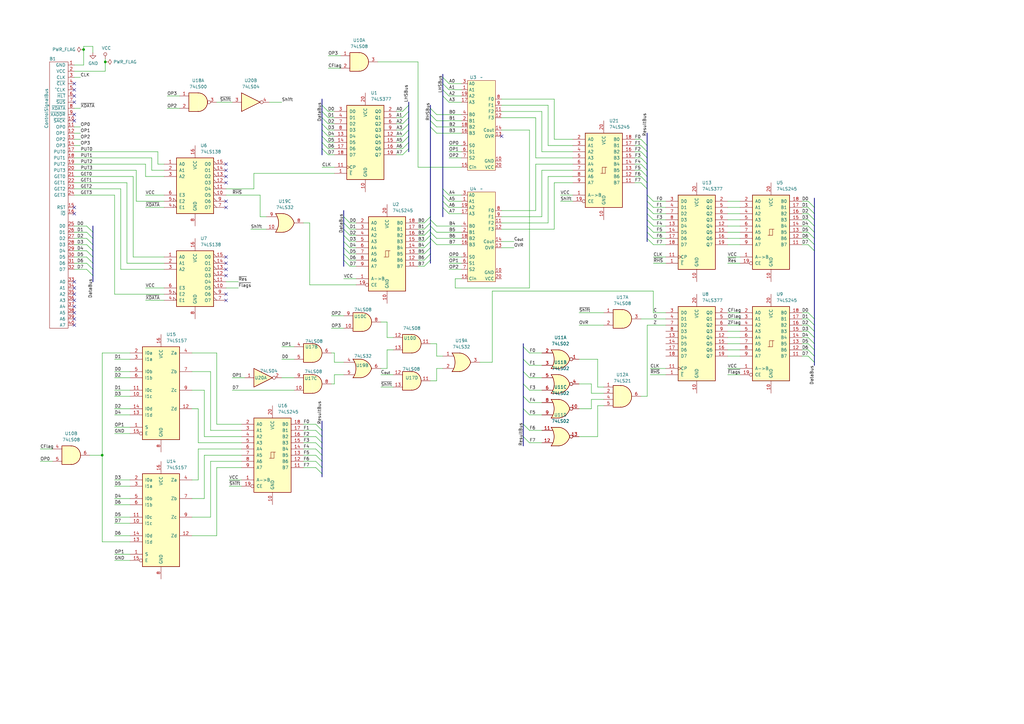
<source format=kicad_sch>
(kicad_sch (version 20231120) (generator "eeschema") (generator_version "8.0")
  (paper "A3")
  (junction (at 43.18 25.4))
  (junction (at 34.29 20.32))
  (junction (at 41.91 186.69))
  (no_connect (at 30.48 123.19))
  (no_connect (at 30.48 46.99))
  (no_connect (at 205.74 55.88))
  (no_connect (at 92.71 67.31))
  (no_connect (at 30.48 120.65))
  (no_connect (at 92.71 107.95))
  (no_connect (at 30.48 49.53))
  (no_connect (at 92.71 110.49))
  (no_connect (at 30.48 34.29))
  (no_connect (at 92.71 85.09))
  (no_connect (at 30.48 87.63))
  (no_connect (at 92.71 74.93))
  (no_connect (at 30.48 118.11))
  (no_connect (at 30.48 128.27))
  (no_connect (at 30.48 125.73))
  (no_connect (at 92.71 120.65))
  (no_connect (at 30.48 115.57))
  (no_connect (at 92.71 82.55))
  (no_connect (at 92.71 72.39))
  (no_connect (at 30.48 130.81))
  (no_connect (at 30.48 36.83))
  (no_connect (at 92.71 123.19))
  (no_connect (at 30.48 85.09))
  (no_connect (at 92.71 105.41))
  (no_connect (at 92.71 113.03))
  (no_connect (at 30.48 39.37))
  (no_connect (at 92.71 69.85))
  (no_connect (at 30.48 133.35))
  (no_connect (at 30.48 41.91))
  (bus_entry (at 132.08 58.42) (size 2.54 2.54))
  (bus_entry (at 331.47 138.43) (size 2.54 2.54))
  (bus_entry (at 176.53 95.25) (size 2.54 2.54))
  (bus_entry (at 181.61 36.83) (size 2.54 2.54))
  (bus_entry (at 176.53 49.53) (size 2.54 2.54))
  (bus_entry (at 265.43 90.17) (size 2.54 2.54))
  (bus_entry (at 129.54 184.15) (size 2.54 2.54))
  (bus_entry (at 265.43 85.09) (size 2.54 2.54))
  (bus_entry (at 167.64 43.18) (size -2.54 2.54))
  (bus_entry (at 214.63 142.24) (size 2.54 2.54))
  (bus_entry (at 214.63 173.99) (size 2.54 2.54))
  (bus_entry (at 176.53 101.6) (size -2.54 2.54))
  (bus_entry (at 331.47 135.89) (size 2.54 2.54))
  (bus_entry (at 35.56 107.95) (size 2.54 2.54))
  (bus_entry (at 262.89 72.39) (size 2.54 2.54))
  (bus_entry (at 331.47 90.17) (size 2.54 2.54))
  (bus_entry (at 140.97 93.98) (size 2.54 2.54))
  (bus_entry (at 176.53 92.71) (size 2.54 2.54))
  (bus_entry (at 265.43 80.01) (size 2.54 2.54))
  (bus_entry (at 129.54 186.69) (size 2.54 2.54))
  (bus_entry (at 129.54 191.77) (size 2.54 2.54))
  (bus_entry (at 331.47 95.25) (size 2.54 2.54))
  (bus_entry (at 35.56 92.71) (size 2.54 2.54))
  (bus_entry (at 176.53 88.9) (size -2.54 2.54))
  (bus_entry (at 214.63 157.48) (size 2.54 2.54))
  (bus_entry (at 181.61 34.29) (size 2.54 2.54))
  (bus_entry (at 331.47 97.79) (size 2.54 2.54))
  (bus_entry (at 262.89 62.23) (size 2.54 2.54))
  (bus_entry (at 176.53 44.45) (size 2.54 2.54))
  (bus_entry (at 35.56 110.49) (size 2.54 2.54))
  (bus_entry (at 181.61 39.37) (size 2.54 2.54))
  (bus_entry (at 181.61 85.09) (size 2.54 2.54))
  (bus_entry (at 331.47 85.09) (size 2.54 2.54))
  (bus_entry (at 132.08 45.72) (size 2.54 2.54))
  (bus_entry (at 176.53 46.99) (size 2.54 2.54))
  (bus_entry (at 214.63 179.07) (size 2.54 2.54))
  (bus_entry (at 167.64 45.72) (size -2.54 2.54))
  (bus_entry (at 129.54 173.99) (size 2.54 2.54))
  (bus_entry (at 35.56 105.41) (size 2.54 2.54))
  (bus_entry (at 331.47 128.27) (size 2.54 2.54))
  (bus_entry (at 140.97 99.06) (size 2.54 2.54))
  (bus_entry (at 176.53 91.44) (size -2.54 2.54))
  (bus_entry (at 132.08 55.88) (size 2.54 2.54))
  (bus_entry (at 214.63 152.4) (size 2.54 2.54))
  (bus_entry (at 331.47 146.05) (size 2.54 2.54))
  (bus_entry (at 140.97 106.68) (size 2.54 2.54))
  (bus_entry (at 176.53 52.07) (size 2.54 2.54))
  (bus_entry (at 262.89 69.85) (size 2.54 2.54))
  (bus_entry (at 132.08 43.18) (size 2.54 2.54))
  (bus_entry (at 140.97 96.52) (size 2.54 2.54))
  (bus_entry (at 167.64 58.42) (size -2.54 2.54))
  (bus_entry (at 167.64 53.34) (size -2.54 2.54))
  (bus_entry (at 167.64 48.26) (size -2.54 2.54))
  (bus_entry (at 35.56 102.87) (size 2.54 2.54))
  (bus_entry (at 265.43 95.25) (size 2.54 2.54))
  (bus_entry (at 132.08 48.26) (size 2.54 2.54))
  (bus_entry (at 262.89 59.69) (size 2.54 2.54))
  (bus_entry (at 181.61 31.75) (size 2.54 2.54))
  (bus_entry (at 132.08 50.8) (size 2.54 2.54))
  (bus_entry (at 167.64 60.96) (size -2.54 2.54))
  (bus_entry (at 35.56 97.79) (size 2.54 2.54))
  (bus_entry (at 331.47 143.51) (size 2.54 2.54))
  (bus_entry (at 140.97 104.14) (size 2.54 2.54))
  (bus_entry (at 129.54 189.23) (size 2.54 2.54))
  (bus_entry (at 129.54 181.61) (size 2.54 2.54))
  (bus_entry (at 129.54 179.07) (size 2.54 2.54))
  (bus_entry (at 265.43 87.63) (size 2.54 2.54))
  (bus_entry (at 129.54 176.53) (size 2.54 2.54))
  (bus_entry (at 181.61 82.55) (size 2.54 2.54))
  (bus_entry (at 265.43 97.79) (size 2.54 2.54))
  (bus_entry (at 331.47 133.35) (size 2.54 2.54))
  (bus_entry (at 331.47 92.71) (size 2.54 2.54))
  (bus_entry (at 176.53 90.17) (size 2.54 2.54))
  (bus_entry (at 331.47 140.97) (size 2.54 2.54))
  (bus_entry (at 331.47 100.33) (size 2.54 2.54))
  (bus_entry (at 181.61 80.01) (size 2.54 2.54))
  (bus_entry (at 176.53 97.79) (size 2.54 2.54))
  (bus_entry (at 331.47 87.63) (size 2.54 2.54))
  (bus_entry (at 132.08 60.96) (size 2.54 2.54))
  (bus_entry (at 35.56 95.25) (size 2.54 2.54))
  (bus_entry (at 262.89 64.77) (size 2.54 2.54))
  (bus_entry (at 176.53 104.14) (size -2.54 2.54))
  (bus_entry (at 181.61 77.47) (size 2.54 2.54))
  (bus_entry (at 176.53 96.52) (size -2.54 2.54))
  (bus_entry (at 167.64 55.88) (size -2.54 2.54))
  (bus_entry (at 176.53 99.06) (size -2.54 2.54))
  (bus_entry (at 132.08 53.34) (size 2.54 2.54))
  (bus_entry (at 140.97 88.9) (size 2.54 2.54))
  (bus_entry (at 167.64 50.8) (size -2.54 2.54))
  (bus_entry (at 265.43 82.55) (size 2.54 2.54))
  (bus_entry (at 265.43 92.71) (size 2.54 2.54))
  (bus_entry (at 140.97 101.6) (size 2.54 2.54))
  (bus_entry (at 214.63 147.32) (size 2.54 2.54))
  (bus_entry (at 262.89 57.15) (size 2.54 2.54))
  (bus_entry (at 214.63 167.64) (size 2.54 2.54))
  (bus_entry (at 176.53 106.68) (size -2.54 2.54))
  (bus_entry (at 176.53 93.98) (size -2.54 2.54))
  (bus_entry (at 35.56 100.33) (size 2.54 2.54))
  (bus_entry (at 214.63 162.56) (size 2.54 2.54))
  (bus_entry (at 140.97 91.44) (size 2.54 2.54))
  (bus_entry (at 262.89 74.93) (size 2.54 2.54))
  (bus_entry (at 262.89 67.31) (size 2.54 2.54))
  (bus_entry (at 331.47 130.81) (size 2.54 2.54))
  (bus_entry (at 331.47 82.55) (size 2.54 2.54))
  (wire (pts (xy 184.15 87.63) (xy 189.23 87.63)))
  (wire (pts (xy 30.48 64.77) (xy 62.23 64.77)))
  (bus (pts (xy 181.61 34.29) (xy 181.61 36.83)))
  (wire (pts (xy 81.28 167.64) (xy 81.28 181.61)))
  (bus (pts (xy 265.43 97.79) (xy 265.43 99.06)))
  (wire (pts (xy 30.48 97.79) (xy 35.56 97.79)))
  (wire (pts (xy 176.53 156.21) (xy 179.07 156.21)))
  (wire (pts (xy 92.71 80.01) (xy 106.68 80.01)))
  (bus (pts (xy 265.43 54.61) (xy 265.43 59.69)))
  (wire (pts (xy 328.93 140.97) (xy 331.47 140.97)))
  (wire (pts (xy 237.49 133.35) (xy 247.65 133.35)))
  (bus (pts (xy 132.08 53.34) (xy 132.08 55.88)))
  (wire (pts (xy 92.71 77.47) (xy 104.14 77.47)))
  (wire (pts (xy 46.99 170.18) (xy 53.34 170.18)))
  (wire (pts (xy 179.07 146.05) (xy 181.61 146.05)))
  (bus (pts (xy 334.01 146.05) (xy 334.01 148.59)))
  (wire (pts (xy 30.48 72.39) (xy 54.61 72.39)))
  (wire (pts (xy 298.45 151.13) (xy 303.53 151.13)))
  (wire (pts (xy 162.56 45.72) (xy 165.1 45.72)))
  (wire (pts (xy 229.87 80.01) (xy 234.95 80.01)))
  (wire (pts (xy 298.45 97.79) (xy 303.53 97.79)))
  (wire (pts (xy 46.99 147.32) (xy 53.34 147.32)))
  (wire (pts (xy 81.28 184.15) (xy 99.06 184.15)))
  (wire (pts (xy 137.16 144.78) (xy 137.16 148.59)))
  (wire (pts (xy 227.33 40.64) (xy 227.33 57.15)))
  (bus (pts (xy 334.01 135.89) (xy 334.01 138.43)))
  (wire (pts (xy 184.15 110.49) (xy 189.23 110.49)))
  (wire (pts (xy 267.97 107.95) (xy 273.05 107.95)))
  (bus (pts (xy 181.61 82.55) (xy 181.61 85.09)))
  (bus (pts (xy 265.43 67.31) (xy 265.43 69.85)))
  (wire (pts (xy 88.9 41.91) (xy 95.25 41.91)))
  (wire (pts (xy 298.45 90.17) (xy 303.53 90.17)))
  (bus (pts (xy 214.63 147.32) (xy 214.63 152.4)))
  (bus (pts (xy 132.08 45.72) (xy 132.08 48.26)))
  (wire (pts (xy 127 116.84) (xy 146.05 116.84)))
  (wire (pts (xy 201.93 119.38) (xy 267.97 119.38)))
  (bus (pts (xy 140.97 104.14) (xy 140.97 106.68)))
  (wire (pts (xy 162.56 50.8) (xy 165.1 50.8)))
  (bus (pts (xy 214.63 142.24) (xy 214.63 147.32)))
  (wire (pts (xy 267.97 82.55) (xy 273.05 82.55)))
  (wire (pts (xy 298.45 95.25) (xy 303.53 95.25)))
  (bus (pts (xy 265.43 69.85) (xy 265.43 72.39)))
  (bus (pts (xy 176.53 52.07) (xy 176.53 88.9)))
  (bus (pts (xy 167.64 48.26) (xy 167.64 50.8)))
  (bus (pts (xy 181.61 39.37) (xy 181.61 77.47)))
  (wire (pts (xy 328.93 82.55) (xy 331.47 82.55)))
  (wire (pts (xy 143.51 101.6) (xy 146.05 101.6)))
  (wire (pts (xy 205.74 93.98) (xy 227.33 93.98)))
  (wire (pts (xy 179.07 151.13) (xy 179.07 156.21)))
  (wire (pts (xy 78.74 152.4) (xy 86.36 152.4)))
  (bus (pts (xy 334.01 85.09) (xy 334.01 87.63)))
  (bus (pts (xy 176.53 104.14) (xy 176.53 106.68)))
  (wire (pts (xy 328.93 85.09) (xy 331.47 85.09)))
  (bus (pts (xy 132.08 48.26) (xy 132.08 50.8)))
  (wire (pts (xy 134.62 63.5) (xy 137.16 63.5)))
  (wire (pts (xy 83.82 186.69) (xy 99.06 186.69)))
  (wire (pts (xy 88.9 191.77) (xy 99.06 191.77)))
  (wire (pts (xy 184.15 34.29) (xy 189.23 34.29)))
  (wire (pts (xy 171.45 99.06) (xy 173.99 99.06)))
  (bus (pts (xy 265.43 82.55) (xy 265.43 85.09)))
  (bus (pts (xy 167.64 43.18) (xy 167.64 45.72)))
  (wire (pts (xy 222.25 88.9) (xy 222.25 69.85)))
  (wire (pts (xy 237.49 179.07) (xy 245.11 179.07)))
  (wire (pts (xy 267.97 95.25) (xy 273.05 95.25)))
  (wire (pts (xy 59.69 123.19) (xy 67.31 123.19)))
  (wire (pts (xy 86.36 189.23) (xy 99.06 189.23)))
  (wire (pts (xy 162.56 53.34) (xy 165.1 53.34)))
  (wire (pts (xy 41.91 144.78) (xy 41.91 186.69)))
  (bus (pts (xy 334.01 81.28) (xy 334.01 85.09)))
  (wire (pts (xy 205.74 40.64) (xy 227.33 40.64)))
  (bus (pts (xy 214.63 152.4) (xy 214.63 157.48)))
  (wire (pts (xy 134.62 45.72) (xy 137.16 45.72)))
  (wire (pts (xy 242.57 157.48) (xy 242.57 161.29)))
  (wire (pts (xy 156.21 153.67) (xy 161.29 153.67)))
  (wire (pts (xy 46.99 80.01) (xy 46.99 120.65)))
  (bus (pts (xy 334.01 87.63) (xy 334.01 90.17)))
  (wire (pts (xy 298.45 138.43) (xy 303.53 138.43)))
  (wire (pts (xy 205.74 53.34) (xy 217.17 53.34)))
  (wire (pts (xy 30.48 44.45) (xy 33.02 44.45)))
  (wire (pts (xy 30.48 52.07) (xy 33.02 52.07)))
  (bus (pts (xy 176.53 44.45) (xy 176.53 46.99)))
  (wire (pts (xy 104.14 71.12) (xy 137.16 71.12)))
  (wire (pts (xy 115.57 147.32) (xy 120.65 147.32)))
  (wire (pts (xy 328.93 143.51) (xy 331.47 143.51)))
  (wire (pts (xy 156.21 132.08) (xy 158.75 132.08)))
  (wire (pts (xy 78.74 167.64) (xy 81.28 167.64)))
  (wire (pts (xy 115.57 154.94) (xy 120.65 154.94)))
  (bus (pts (xy 132.08 58.42) (xy 132.08 60.96)))
  (wire (pts (xy 245.11 147.32) (xy 245.11 158.75)))
  (wire (pts (xy 59.69 85.09) (xy 67.31 85.09)))
  (wire (pts (xy 298.45 128.27) (xy 303.53 128.27)))
  (wire (pts (xy 30.48 62.23) (xy 64.77 62.23)))
  (bus (pts (xy 132.08 191.77) (xy 132.08 194.31)))
  (wire (pts (xy 217.17 165.1) (xy 222.25 165.1)))
  (wire (pts (xy 41.91 186.69) (xy 41.91 222.25)))
  (wire (pts (xy 86.36 212.09) (xy 86.36 189.23)))
  (wire (pts (xy 260.35 62.23) (xy 262.89 62.23)))
  (wire (pts (xy 179.07 95.25) (xy 189.23 95.25)))
  (bus (pts (xy 176.53 93.98) (xy 176.53 95.25)))
  (wire (pts (xy 137.16 148.59) (xy 140.97 148.59)))
  (wire (pts (xy 242.57 161.29) (xy 247.65 161.29)))
  (wire (pts (xy 43.18 25.4) (xy 43.18 24.13)))
  (wire (pts (xy 46.99 229.87) (xy 53.34 229.87)))
  (bus (pts (xy 176.53 106.68) (xy 176.53 107.95)))
  (bus (pts (xy 265.43 72.39) (xy 265.43 74.93)))
  (wire (pts (xy 88.9 219.71) (xy 88.9 191.77)))
  (wire (pts (xy 171.45 93.98) (xy 173.99 93.98)))
  (wire (pts (xy 158.75 132.08) (xy 158.75 138.43)))
  (bus (pts (xy 38.1 105.41) (xy 38.1 107.95)))
  (wire (pts (xy 205.74 45.72) (xy 222.25 45.72)))
  (bus (pts (xy 132.08 40.64) (xy 132.08 43.18)))
  (wire (pts (xy 219.71 86.36) (xy 219.71 67.31)))
  (wire (pts (xy 46.99 204.47) (xy 53.34 204.47)))
  (bus (pts (xy 38.1 100.33) (xy 38.1 102.87)))
  (bus (pts (xy 132.08 60.96) (xy 132.08 63.5)))
  (wire (pts (xy 184.15 80.01) (xy 189.23 80.01)))
  (wire (pts (xy 237.49 147.32) (xy 245.11 147.32)))
  (wire (pts (xy 78.74 204.47) (xy 83.82 204.47)))
  (wire (pts (xy 328.93 97.79) (xy 331.47 97.79)))
  (wire (pts (xy 267.97 128.27) (xy 273.05 128.27)))
  (bus (pts (xy 334.01 95.25) (xy 334.01 97.79)))
  (wire (pts (xy 135.89 134.62) (xy 140.97 134.62)))
  (bus (pts (xy 140.97 91.44) (xy 140.97 93.98)))
  (bus (pts (xy 265.43 59.69) (xy 265.43 62.23)))
  (wire (pts (xy 328.93 87.63) (xy 331.47 87.63)))
  (wire (pts (xy 184.15 62.23) (xy 189.23 62.23)))
  (wire (pts (xy 54.61 72.39) (xy 54.61 105.41)))
  (wire (pts (xy 46.99 167.64) (xy 53.34 167.64)))
  (wire (pts (xy 224.79 72.39) (xy 234.95 72.39)))
  (wire (pts (xy 298.45 85.09) (xy 303.53 85.09)))
  (wire (pts (xy 298.45 153.67) (xy 303.53 153.67)))
  (wire (pts (xy 115.57 142.24) (xy 120.65 142.24)))
  (wire (pts (xy 30.48 80.01) (xy 46.99 80.01)))
  (wire (pts (xy 201.93 148.59) (xy 201.93 119.38)))
  (wire (pts (xy 134.62 22.86) (xy 139.7 22.86)))
  (wire (pts (xy 162.56 55.88) (xy 165.1 55.88)))
  (wire (pts (xy 179.07 140.97) (xy 179.07 146.05)))
  (bus (pts (xy 265.43 95.25) (xy 265.43 97.79)))
  (wire (pts (xy 135.89 129.54) (xy 140.97 129.54)))
  (wire (pts (xy 179.07 52.07) (xy 189.23 52.07)))
  (wire (pts (xy 46.99 227.33) (xy 53.34 227.33)))
  (wire (pts (xy 95.25 160.02) (xy 120.65 160.02)))
  (wire (pts (xy 266.7 151.13) (xy 273.05 151.13)))
  (wire (pts (xy 181.61 151.13) (xy 179.07 151.13)))
  (wire (pts (xy 224.79 43.18) (xy 224.79 59.69)))
  (wire (pts (xy 86.36 152.4) (xy 86.36 176.53)))
  (bus (pts (xy 334.01 92.71) (xy 334.01 95.25)))
  (wire (pts (xy 137.16 153.67) (xy 140.97 153.67)))
  (bus (pts (xy 265.43 62.23) (xy 265.43 64.77)))
  (wire (pts (xy 46.99 162.56) (xy 53.34 162.56)))
  (wire (pts (xy 328.93 133.35) (xy 331.47 133.35)))
  (wire (pts (xy 267.97 87.63) (xy 273.05 87.63)))
  (bus (pts (xy 176.53 91.44) (xy 176.53 92.71)))
  (wire (pts (xy 298.45 143.51) (xy 303.53 143.51)))
  (wire (pts (xy 265.43 162.56) (xy 265.43 133.35)))
  (wire (pts (xy 43.18 29.21) (xy 43.18 25.4)))
  (bus (pts (xy 38.1 110.49) (xy 38.1 113.03)))
  (wire (pts (xy 260.35 74.93) (xy 262.89 74.93)))
  (wire (pts (xy 171.45 68.58) (xy 189.23 68.58)))
  (wire (pts (xy 62.23 64.77) (xy 62.23 69.85)))
  (wire (pts (xy 143.51 96.52) (xy 146.05 96.52)))
  (wire (pts (xy 106.68 80.01) (xy 106.68 88.9)))
  (wire (pts (xy 30.48 102.87) (xy 35.56 102.87)))
  (wire (pts (xy 224.79 91.44) (xy 224.79 72.39)))
  (wire (pts (xy 328.93 95.25) (xy 331.47 95.25)))
  (wire (pts (xy 143.51 91.44) (xy 146.05 91.44)))
  (wire (pts (xy 179.07 97.79) (xy 189.23 97.79)))
  (wire (pts (xy 242.57 163.83) (xy 247.65 163.83)))
  (bus (pts (xy 265.43 77.47) (xy 265.43 80.01)))
  (bus (pts (xy 181.61 85.09) (xy 181.61 88.9)))
  (bus (pts (xy 334.01 97.79) (xy 334.01 100.33)))
  (wire (pts (xy 81.28 196.85) (xy 81.28 184.15)))
  (wire (pts (xy 78.74 144.78) (xy 88.9 144.78)))
  (wire (pts (xy 196.85 148.59) (xy 201.93 148.59)))
  (wire (pts (xy 30.48 26.67) (xy 34.29 26.67)))
  (wire (pts (xy 222.25 45.72) (xy 222.25 62.23)))
  (wire (pts (xy 266.7 153.67) (xy 273.05 153.67)))
  (wire (pts (xy 34.29 19.05) (xy 38.1 19.05)))
  (wire (pts (xy 176.53 140.97) (xy 179.07 140.97)))
  (wire (pts (xy 158.75 143.51) (xy 158.75 151.13)))
  (wire (pts (xy 328.93 92.71) (xy 331.47 92.71)))
  (wire (pts (xy 54.61 105.41) (xy 67.31 105.41)))
  (wire (pts (xy 186.69 118.11) (xy 186.69 114.3)))
  (wire (pts (xy 156.21 158.75) (xy 161.29 158.75)))
  (wire (pts (xy 217.17 144.78) (xy 222.25 144.78)))
  (wire (pts (xy 237.49 157.48) (xy 242.57 157.48)))
  (wire (pts (xy 298.45 133.35) (xy 303.53 133.35)))
  (wire (pts (xy 143.51 99.06) (xy 146.05 99.06)))
  (wire (pts (xy 52.07 107.95) (xy 67.31 107.95)))
  (wire (pts (xy 171.45 109.22) (xy 173.99 109.22)))
  (wire (pts (xy 46.99 199.39) (xy 53.34 199.39)))
  (bus (pts (xy 132.08 189.23) (xy 132.08 191.77)))
  (bus (pts (xy 181.61 77.47) (xy 181.61 80.01)))
  (wire (pts (xy 30.48 31.75) (xy 33.02 31.75)))
  (wire (pts (xy 328.93 130.81) (xy 331.47 130.81)))
  (bus (pts (xy 140.97 96.52) (xy 140.97 99.06)))
  (bus (pts (xy 167.64 58.42) (xy 167.64 60.96)))
  (wire (pts (xy 237.49 128.27) (xy 247.65 128.27)))
  (wire (pts (xy 143.51 104.14) (xy 146.05 104.14)))
  (bus (pts (xy 176.53 43.18) (xy 176.53 44.45)))
  (wire (pts (xy 127 91.44) (xy 127 116.84)))
  (wire (pts (xy 298.45 130.81) (xy 303.53 130.81)))
  (bus (pts (xy 167.64 60.96) (xy 167.64 62.23)))
  (wire (pts (xy 64.77 67.31) (xy 67.31 67.31)))
  (wire (pts (xy 46.99 152.4) (xy 53.34 152.4)))
  (wire (pts (xy 184.15 64.77) (xy 189.23 64.77)))
  (wire (pts (xy 59.69 67.31) (xy 59.69 72.39)))
  (bus (pts (xy 38.1 107.95) (xy 38.1 110.49)))
  (wire (pts (xy 265.43 133.35) (xy 273.05 133.35)))
  (wire (pts (xy 143.51 109.22) (xy 146.05 109.22)))
  (wire (pts (xy 245.11 166.37) (xy 245.11 179.07)))
  (wire (pts (xy 328.93 90.17) (xy 331.47 90.17)))
  (wire (pts (xy 110.49 41.91) (xy 115.57 41.91)))
  (wire (pts (xy 298.45 82.55) (xy 303.53 82.55)))
  (wire (pts (xy 222.25 62.23) (xy 234.95 62.23)))
  (wire (pts (xy 124.46 176.53) (xy 129.54 176.53)))
  (wire (pts (xy 267.97 90.17) (xy 273.05 90.17)))
  (wire (pts (xy 83.82 204.47) (xy 83.82 186.69)))
  (wire (pts (xy 267.97 92.71) (xy 273.05 92.71)))
  (wire (pts (xy 46.99 154.94) (xy 53.34 154.94)))
  (wire (pts (xy 158.75 138.43) (xy 161.29 138.43)))
  (wire (pts (xy 30.48 92.71) (xy 35.56 92.71)))
  (wire (pts (xy 140.97 114.3) (xy 146.05 114.3)))
  (wire (pts (xy 88.9 173.99) (xy 99.06 173.99)))
  (bus (pts (xy 334.01 148.59) (xy 334.01 149.86)))
  (bus (pts (xy 132.08 181.61) (xy 132.08 184.15)))
  (wire (pts (xy 46.99 207.01) (xy 53.34 207.01)))
  (wire (pts (xy 184.15 41.91) (xy 189.23 41.91)))
  (wire (pts (xy 245.11 158.75) (xy 247.65 158.75)))
  (wire (pts (xy 78.74 219.71) (xy 88.9 219.71)))
  (wire (pts (xy 162.56 60.96) (xy 165.1 60.96)))
  (wire (pts (xy 298.45 92.71) (xy 303.53 92.71)))
  (wire (pts (xy 134.62 60.96) (xy 137.16 60.96)))
  (bus (pts (xy 176.53 99.06) (xy 176.53 101.6)))
  (wire (pts (xy 30.48 29.21) (xy 43.18 29.21)))
  (wire (pts (xy 30.48 95.25) (xy 35.56 95.25)))
  (bus (pts (xy 132.08 55.88) (xy 132.08 58.42)))
  (bus (pts (xy 176.53 90.17) (xy 176.53 91.44)))
  (wire (pts (xy 267.97 85.09) (xy 273.05 85.09)))
  (wire (pts (xy 59.69 118.11) (xy 67.31 118.11)))
  (wire (pts (xy 222.25 69.85) (xy 234.95 69.85)))
  (bus (pts (xy 132.08 184.15) (xy 132.08 186.69)))
  (wire (pts (xy 135.89 144.78) (xy 137.16 144.78)))
  (wire (pts (xy 184.15 36.83) (xy 189.23 36.83)))
  (wire (pts (xy 260.35 59.69) (xy 262.89 59.69)))
  (wire (pts (xy 41.91 144.78) (xy 53.34 144.78)))
  (bus (pts (xy 132.08 179.07) (xy 132.08 181.61)))
  (wire (pts (xy 328.93 135.89) (xy 331.47 135.89)))
  (wire (pts (xy 124.46 91.44) (xy 127 91.44)))
  (wire (pts (xy 205.74 91.44) (xy 224.79 91.44)))
  (wire (pts (xy 30.48 110.49) (xy 35.56 110.49)))
  (wire (pts (xy 298.45 135.89) (xy 303.53 135.89)))
  (bus (pts (xy 132.08 43.18) (xy 132.08 45.72)))
  (bus (pts (xy 38.1 102.87) (xy 38.1 105.41)))
  (wire (pts (xy 124.46 181.61) (xy 129.54 181.61)))
  (wire (pts (xy 156.21 151.13) (xy 158.75 151.13)))
  (wire (pts (xy 30.48 105.41) (xy 35.56 105.41)))
  (wire (pts (xy 92.71 115.57) (xy 97.79 115.57)))
  (wire (pts (xy 217.17 149.86) (xy 222.25 149.86)))
  (wire (pts (xy 124.46 179.07) (xy 129.54 179.07)))
  (wire (pts (xy 135.89 157.48) (xy 137.16 157.48)))
  (wire (pts (xy 217.17 181.61) (xy 222.25 181.61)))
  (bus (pts (xy 176.53 97.79) (xy 176.53 99.06)))
  (bus (pts (xy 140.97 99.06) (xy 140.97 101.6)))
  (wire (pts (xy 171.45 106.68) (xy 173.99 106.68)))
  (bus (pts (xy 265.43 80.01) (xy 265.43 82.55)))
  (wire (pts (xy 205.74 101.6) (xy 210.82 101.6)))
  (wire (pts (xy 298.45 105.41) (xy 303.53 105.41)))
  (wire (pts (xy 92.71 118.11) (xy 97.79 118.11)))
  (wire (pts (xy 219.71 64.77) (xy 234.95 64.77)))
  (wire (pts (xy 186.69 114.3) (xy 189.23 114.3)))
  (wire (pts (xy 260.35 69.85) (xy 262.89 69.85)))
  (bus (pts (xy 181.61 31.75) (xy 181.61 34.29)))
  (wire (pts (xy 171.45 96.52) (xy 173.99 96.52)))
  (wire (pts (xy 184.15 85.09) (xy 189.23 85.09)))
  (wire (pts (xy 62.23 69.85) (xy 67.31 69.85)))
  (wire (pts (xy 217.17 160.02) (xy 222.25 160.02)))
  (wire (pts (xy 59.69 80.01) (xy 67.31 80.01)))
  (wire (pts (xy 124.46 173.99) (xy 129.54 173.99)))
  (wire (pts (xy 328.93 146.05) (xy 331.47 146.05)))
  (wire (pts (xy 217.17 170.18) (xy 222.25 170.18)))
  (wire (pts (xy 16.51 189.23) (xy 21.59 189.23)))
  (wire (pts (xy 184.15 59.69) (xy 189.23 59.69)))
  (wire (pts (xy 219.71 67.31) (xy 234.95 67.31)))
  (wire (pts (xy 260.35 72.39) (xy 262.89 72.39)))
  (bus (pts (xy 38.1 92.71) (xy 38.1 95.25)))
  (bus (pts (xy 176.53 88.9) (xy 176.53 90.17)))
  (bus (pts (xy 214.63 162.56) (xy 214.63 167.64)))
  (wire (pts (xy 143.51 106.68) (xy 146.05 106.68)))
  (wire (pts (xy 30.48 74.93) (xy 52.07 74.93)))
  (wire (pts (xy 134.62 50.8) (xy 137.16 50.8)))
  (bus (pts (xy 140.97 101.6) (xy 140.97 104.14)))
  (wire (pts (xy 30.48 59.69) (xy 33.02 59.69)))
  (wire (pts (xy 134.62 55.88) (xy 137.16 55.88)))
  (bus (pts (xy 214.63 140.97) (xy 214.63 142.24)))
  (wire (pts (xy 55.88 69.85) (xy 55.88 82.55)))
  (wire (pts (xy 262.89 130.81) (xy 273.05 130.81)))
  (wire (pts (xy 234.95 74.93) (xy 227.33 74.93)))
  (wire (pts (xy 36.83 186.69) (xy 41.91 186.69)))
  (bus (pts (xy 181.61 36.83) (xy 181.61 39.37)))
  (wire (pts (xy 30.48 67.31) (xy 59.69 67.31)))
  (bus (pts (xy 167.64 55.88) (xy 167.64 58.42)))
  (wire (pts (xy 205.74 88.9) (xy 222.25 88.9)))
  (bus (pts (xy 334.01 90.17) (xy 334.01 92.71)))
  (wire (pts (xy 49.53 110.49) (xy 67.31 110.49)))
  (wire (pts (xy 184.15 39.37) (xy 189.23 39.37)))
  (wire (pts (xy 52.07 74.93) (xy 52.07 107.95)))
  (bus (pts (xy 334.01 140.97) (xy 334.01 143.51)))
  (wire (pts (xy 229.87 82.55) (xy 234.95 82.55)))
  (wire (pts (xy 171.45 91.44) (xy 173.99 91.44)))
  (wire (pts (xy 184.15 82.55) (xy 189.23 82.55)))
  (wire (pts (xy 55.88 82.55) (xy 67.31 82.55)))
  (bus (pts (xy 176.53 101.6) (xy 176.53 104.14)))
  (wire (pts (xy 179.07 54.61) (xy 189.23 54.61)))
  (wire (pts (xy 30.48 69.85) (xy 55.88 69.85)))
  (wire (pts (xy 161.29 143.51) (xy 158.75 143.51)))
  (bus (pts (xy 214.63 167.64) (xy 214.63 173.99)))
  (wire (pts (xy 134.62 53.34) (xy 137.16 53.34)))
  (wire (pts (xy 298.45 146.05) (xy 303.53 146.05)))
  (wire (pts (xy 124.46 186.69) (xy 129.54 186.69)))
  (bus (pts (xy 334.01 133.35) (xy 334.01 135.89)))
  (bus (pts (xy 38.1 113.03) (xy 38.1 115.57)))
  (bus (pts (xy 181.61 30.48) (xy 181.61 31.75)))
  (bus (pts (xy 214.63 157.48) (xy 214.63 162.56)))
  (bus (pts (xy 140.97 106.68) (xy 140.97 109.22)))
  (wire (pts (xy 46.99 160.02) (xy 53.34 160.02)))
  (wire (pts (xy 205.74 43.18) (xy 224.79 43.18)))
  (wire (pts (xy 86.36 176.53) (xy 99.06 176.53)))
  (wire (pts (xy 171.45 101.6) (xy 173.99 101.6)))
  (wire (pts (xy 154.94 25.4) (xy 171.45 25.4)))
  (wire (pts (xy 143.51 93.98) (xy 146.05 93.98)))
  (wire (pts (xy 78.74 196.85) (xy 81.28 196.85)))
  (wire (pts (xy 38.1 19.05) (xy 38.1 21.59)))
  (wire (pts (xy 219.71 48.26) (xy 205.74 48.26)))
  (bus (pts (xy 176.53 49.53) (xy 176.53 52.07)))
  (wire (pts (xy 102.87 93.98) (xy 109.22 93.98)))
  (wire (pts (xy 298.45 100.33) (xy 303.53 100.33)))
  (wire (pts (xy 41.91 222.25) (xy 53.34 222.25)))
  (wire (pts (xy 162.56 48.26) (xy 165.1 48.26)))
  (wire (pts (xy 184.15 107.95) (xy 189.23 107.95)))
  (bus (pts (xy 167.64 45.72) (xy 167.64 48.26)))
  (bus (pts (xy 176.53 96.52) (xy 176.53 97.79)))
  (bus (pts (xy 140.97 93.98) (xy 140.97 96.52)))
  (wire (pts (xy 34.29 20.32) (xy 34.29 19.05)))
  (wire (pts (xy 171.45 104.14) (xy 173.99 104.14)))
  (wire (pts (xy 104.14 77.47) (xy 104.14 71.12)))
  (wire (pts (xy 83.82 160.02) (xy 83.82 179.07)))
  (wire (pts (xy 46.99 175.26) (xy 53.34 175.26)))
  (wire (pts (xy 137.16 153.67) (xy 137.16 157.48)))
  (wire (pts (xy 162.56 58.42) (xy 165.1 58.42)))
  (wire (pts (xy 262.89 162.56) (xy 265.43 162.56)))
  (wire (pts (xy 124.46 189.23) (xy 129.54 189.23)))
  (bus (pts (xy 214.63 173.99) (xy 214.63 179.07)))
  (wire (pts (xy 328.93 138.43) (xy 331.47 138.43)))
  (bus (pts (xy 265.43 64.77) (xy 265.43 67.31)))
  (bus (pts (xy 132.08 186.69) (xy 132.08 189.23)))
  (bus (pts (xy 265.43 90.17) (xy 265.43 92.71)))
  (bus (pts (xy 334.01 102.87) (xy 334.01 130.81)))
  (wire (pts (xy 237.49 167.64) (xy 242.57 167.64)))
  (bus (pts (xy 140.97 88.9) (xy 140.97 91.44)))
  (wire (pts (xy 68.58 39.37) (xy 73.66 39.37)))
  (wire (pts (xy 267.97 105.41) (xy 273.05 105.41)))
  (wire (pts (xy 30.48 57.15) (xy 33.02 57.15)))
  (bus (pts (xy 214.63 179.07) (xy 214.63 182.88)))
  (wire (pts (xy 205.74 99.06) (xy 210.82 99.06)))
  (wire (pts (xy 267.97 119.38) (xy 267.97 128.27)))
  (wire (pts (xy 132.08 68.58) (xy 137.16 68.58)))
  (wire (pts (xy 224.79 59.69) (xy 234.95 59.69)))
  (wire (pts (xy 179.07 92.71) (xy 189.23 92.71)))
  (wire (pts (xy 227.33 57.15) (xy 234.95 57.15)))
  (bus (pts (xy 140.97 86.36) (xy 140.97 88.9)))
  (wire (pts (xy 267.97 97.79) (xy 273.05 97.79)))
  (wire (pts (xy 328.93 128.27) (xy 331.47 128.27)))
  (wire (pts (xy 171.45 25.4) (xy 171.45 68.58)))
  (wire (pts (xy 46.99 219.71) (xy 53.34 219.71)))
  (wire (pts (xy 46.99 196.85) (xy 53.34 196.85)))
  (bus (pts (xy 265.43 74.93) (xy 265.43 77.47)))
  (wire (pts (xy 205.74 86.36) (xy 219.71 86.36)))
  (wire (pts (xy 46.99 120.65) (xy 67.31 120.65)))
  (wire (pts (xy 83.82 179.07) (xy 99.06 179.07)))
  (bus (pts (xy 334.01 130.81) (xy 334.01 133.35)))
  (bus (pts (xy 176.53 92.71) (xy 176.53 93.98)))
  (wire (pts (xy 179.07 46.99) (xy 189.23 46.99)))
  (wire (pts (xy 30.48 107.95) (xy 35.56 107.95)))
  (wire (pts (xy 124.46 184.15) (xy 129.54 184.15)))
  (wire (pts (xy 298.45 107.95) (xy 303.53 107.95)))
  (wire (pts (xy 124.46 191.77) (xy 129.54 191.77)))
  (bus (pts (xy 181.61 80.01) (xy 181.61 82.55)))
  (wire (pts (xy 93.98 199.39) (xy 99.06 199.39)))
  (bus (pts (xy 334.01 138.43) (xy 334.01 140.97)))
  (wire (pts (xy 298.45 140.97) (xy 303.53 140.97)))
  (bus (pts (xy 176.53 46.99) (xy 176.53 49.53)))
  (wire (pts (xy 260.35 57.15) (xy 262.89 57.15)))
  (wire (pts (xy 260.35 64.77) (xy 262.89 64.77)))
  (wire (pts (xy 46.99 177.8) (xy 53.34 177.8)))
  (wire (pts (xy 106.68 88.9) (xy 109.22 88.9)))
  (wire (pts (xy 30.48 77.47) (xy 49.53 77.47)))
  (wire (pts (xy 217.17 118.11) (xy 186.69 118.11)))
  (wire (pts (xy 328.93 100.33) (xy 331.47 100.33)))
  (wire (pts (xy 49.53 77.47) (xy 49.53 110.49)))
  (bus (pts (xy 167.64 50.8) (xy 167.64 53.34)))
  (wire (pts (xy 88.9 144.78) (xy 88.9 173.99)))
  (wire (pts (xy 227.33 74.93) (xy 227.33 93.98)))
  (wire (pts (xy 260.35 67.31) (xy 262.89 67.31)))
  (bus (pts (xy 132.08 50.8) (xy 132.08 53.34)))
  (wire (pts (xy 46.99 214.63) (xy 53.34 214.63)))
  (wire (pts (xy 179.07 49.53) (xy 189.23 49.53)))
  (wire (pts (xy 93.98 196.85) (xy 99.06 196.85)))
  (wire (pts (xy 217.17 176.53) (xy 222.25 176.53)))
  (bus (pts (xy 132.08 172.72) (xy 132.08 176.53)))
  (bus (pts (xy 265.43 92.71) (xy 265.43 95.25)))
  (wire (pts (xy 245.11 166.37) (xy 247.65 166.37)))
  (wire (pts (xy 81.28 181.61) (xy 99.06 181.61)))
  (bus (pts (xy 38.1 95.25) (xy 38.1 97.79)))
  (bus (pts (xy 167.64 53.34) (xy 167.64 55.88)))
  (wire (pts (xy 298.45 87.63) (xy 303.53 87.63)))
  (bus (pts (xy 132.08 176.53) (xy 132.08 179.07)))
  (wire (pts (xy 78.74 212.09) (xy 86.36 212.09)))
  (bus (pts (xy 132.08 194.31) (xy 132.08 195.58)))
  (wire (pts (xy 46.99 212.09) (xy 53.34 212.09)))
  (wire (pts (xy 134.62 27.94) (xy 139.7 27.94)))
  (bus (pts (xy 265.43 87.63) (xy 265.43 90.17)))
  (bus (pts (xy 334.01 143.51) (xy 334.01 146.05)))
  (bus (pts (xy 167.64 41.91) (xy 167.64 43.18)))
  (wire (pts (xy 162.56 63.5) (xy 165.1 63.5)))
  (wire (pts (xy 68.58 44.45) (xy 73.66 44.45)))
  (wire (pts (xy 134.62 48.26) (xy 137.16 48.26)))
  (wire (pts (xy 59.69 72.39) (xy 67.31 72.39)))
  (wire (pts (xy 30.48 100.33) (xy 35.56 100.33)))
  (wire (pts (xy 64.77 62.23) (xy 64.77 67.31)))
  (wire (pts (xy 184.15 105.41) (xy 189.23 105.41)))
  (wire (pts (xy 30.48 54.61) (xy 33.02 54.61)))
  (wire (pts (xy 242.57 167.64) (xy 242.57 163.83)))
  (bus (pts (xy 334.01 100.33) (xy 334.01 102.87)))
  (wire (pts (xy 95.25 154.94) (xy 100.33 154.94)))
  (wire (pts (xy 78.74 160.02) (xy 83.82 160.02)))
  (wire (pts (xy 134.62 58.42) (xy 137.16 58.42)))
  (bus (pts (xy 265.43 85.09) (xy 265.43 87.63)))
  (wire (pts (xy 179.07 100.33) (xy 189.23 100.33)))
  (wire (pts (xy 267.97 100.33) (xy 273.05 100.33)))
  (wire (pts (xy 217.17 53.34) (xy 217.17 118.11)))
  (wire (pts (xy 217.17 154.94) (xy 222.25 154.94)))
  (wire (pts (xy 219.71 48.26) (xy 219.71 64.77)))
  (wire (pts (xy 34.29 26.67) (xy 34.29 20.32)))
  (wire (pts (xy 16.51 184.15) (xy 21.59 184.15)))
  (bus (pts (xy 176.53 95.25) (xy 176.53 96.52)))
  (bus (pts (xy 38.1 97.79) (xy 38.1 100.33)))
  (label "D0" (at 146.05 91.44 180))
  (label "DataBus" (at 140.97 87.63 270))
  (label "D1" (at 46.99 160.02 0))
  (label "D4" (at 34.29 102.87 180))
  (label "D5" (at 46.99 212.09 0))
  (label "F4" (at 124.46 184.15 0))
  (label "DataBus" (at 334.01 149.86 270))
  (label "OP1" (at 46.99 175.26 0))
  (label "D4" (at 46.99 170.18 0))
  (label "D0" (at 328.93 82.55 0))
  (label "F3" (at 124.46 181.61 0))
  (label "VCC" (at 229.87 80.01 0))
  (label "B4" (at 171.45 101.6 0))
  (label "D5" (at 328.93 95.25 0))
  (label "D1" (at 328.93 130.81 0))
  (label "F6" (at 217.17 176.53 0))
  (label "B5" (at 171.45 104.14 0))
  (label "D3" (at 137.16 53.34 180))
  (label "D6" (at 46.99 207.01 0))
  (label "OP3" (at 68.58 39.37 0))
  (label "C" (at 267.97 128.27 0))
  (label "F4" (at 260.35 67.31 0))
  (label "CFlag" (at 298.45 128.27 0))
  (label "A1" (at 162.56 48.26 0))
  (label "VCC" (at 298.45 105.41 0))
  (label "Shift" (at 115.57 41.91 0))
  (label "A3" (at 162.56 53.34 0))
  (label "~{Res}" (at 97.79 115.57 0))
  (label "A1" (at 184.15 36.83 0))
  (label "~{Shift}" (at 93.98 199.39 0))
  (label "F5" (at 269.24 95.25 0))
  (label "CLK" (at 33.02 31.75 0))
  (label "D4" (at 46.99 204.47 0))
  (label "OP1" (at 33.02 54.61 0))
  (label "~{Shift}" (at 156.21 158.75 0))
  (label "D6" (at 328.93 97.79 0))
  (label "F7" (at 269.24 100.33 0))
  (label "Z" (at 267.97 133.35 0))
  (label "B1" (at 184.15 49.53 0))
  (label "A4" (at 162.56 55.88 0))
  (label "OP3" (at 134.62 22.86 0))
  (label "D6" (at 46.99 219.71 0))
  (label "OP2" (at 184.15 64.77 0))
  (label "A7" (at 184.15 87.63 0))
  (label "D7" (at 137.16 63.5 180))
  (label "D2" (at 46.99 167.64 0))
  (label "ResultBus" (at 214.63 182.88 90))
  (label "D5" (at 146.05 104.14 180))
  (label "F1" (at 124.46 176.53 0))
  (label "A6" (at 162.56 60.96 0))
  (label "D7" (at 328.93 146.05 0))
  (label "D0" (at 137.16 45.72 180))
  (label "GET1" (at 33.02 74.93 0))
  (label "D4" (at 146.05 101.6 180))
  (label "GET2" (at 33.02 77.47 0))
  (label "OP1" (at 115.57 142.24 0))
  (label "D2" (at 146.05 96.52 180))
  (label "OVR" (at 210.82 101.6 0))
  (label "PUT0" (at 33.02 62.23 0))
  (label "OP0" (at 184.15 59.69 0))
  (label "D2" (at 328.93 133.35 0))
  (label "B7" (at 171.45 109.22 0))
  (label "OP3" (at 33.02 59.69 0))
  (label "~{RHS}" (at 95.25 80.01 0))
  (label "OP0" (at 33.02 52.07 0))
  (label "CLK" (at 267.97 105.41 0))
  (label "OP1" (at 95.25 154.94 0))
  (label "D6" (at 146.05 106.68 180))
  (label "B2" (at 171.45 96.52 0))
  (label "D3" (at 46.99 162.56 0))
  (label "OP2" (at 184.15 110.49 0))
  (label "C_{out}" (at 210.82 99.06 0))
  (label "F0" (at 217.17 144.78 0))
  (label "F2" (at 124.46 179.07 0))
  (label "F7" (at 217.17 181.61 0))
  (label "B6" (at 171.45 106.68 0))
  (label "A0" (at 184.15 34.29 0))
  (label "OVR" (at 237.49 133.35 0))
  (label "VCC" (at 93.98 196.85 0))
  (label "A0" (at 162.56 45.72 0))
  (label "~{Res}" (at 298.45 107.95 0))
  (label "B0" (at 171.45 91.44 0))
  (label "B1" (at 171.45 93.98 0))
  (label "D3" (at 146.05 99.06 180))
  (label "F6" (at 124.46 189.23 0))
  (label "A2" (at 184.15 39.37 0))
  (label "LHSBus" (at 181.61 38.1 90))
  (label "D6" (at 328.93 143.51 0))
  (label "CFlag" (at 134.62 27.94 0))
  (label "F4" (at 269.24 92.71 0))
  (label "D5" (at 328.93 140.97 0))
  (label "D3" (at 328.93 90.17 0))
  (label "F4" (at 217.17 165.1 0))
  (label "~{Flags}" (at 298.45 153.67 0))
  (label "OP3" (at 135.89 134.62 0))
  (label "PUT3" (at 33.02 69.85 0))
  (label "OFlag" (at 298.45 130.81 0))
  (label "F1" (at 217.17 149.86 0))
  (label "D1" (at 146.05 93.98 180))
  (label "F5" (at 124.46 186.69 0))
  (label "VCC" (at 140.97 114.3 0))
  (label "OP2" (at 68.58 44.45 0))
  (label "D0" (at 328.93 128.27 0))
  (label "PUT1" (at 33.02 64.77 0))
  (label "~{XDATA}" (at 59.69 85.09 0))
  (label "F7" (at 124.46 191.77 0))
  (label "A5" (at 184.15 82.55 0))
  (label "CLK" (at 266.7 151.13 0))
  (label "F0" (at 260.35 57.15 0))
  (label "RHSBus" (at 176.53 49.53 90))
  (label "Shift" (at 102.87 93.98 0))
  (label "D3" (at 34.29 100.33 180))
  (label "B4" (at 184.15 92.71 0))
  (label "OP2" (at 135.89 129.54 0))
  (label "ZFlag" (at 298.45 133.35 0))
  (label "A2" (at 162.56 50.8 0))
  (label "D2" (at 328.93 87.63 0))
  (label "~{XDATA}" (at 59.69 123.19 0))
  (label "B7" (at 184.15 100.33 0))
  (label "GET0" (at 33.02 72.39 0))
  (label "O" (at 267.97 130.81 0))
  (label "GND" (at 46.99 229.87 0))
  (label "OP1" (at 184.15 62.23 0))
  (label "D1" (at 46.99 147.32 0))
  (label "F3" (at 260.35 64.77 0))
  (label "ResultBus" (at 132.08 173.99 90))
  (label "DataBus" (at 38.1 114.3 270))
  (label "F1" (at 269.24 85.09 0))
  (label "C_{out}" (at 156.21 153.67 0))
  (label "Shift" (at 229.87 82.55 0))
  (label "A6" (at 184.15 85.09 0))
  (label "D2" (at 137.16 50.8 180))
  (label "~{XDATA}" (at 33.02 44.45 0))
  (label "F2" (at 217.17 154.94 0))
  (label "D2" (at 34.29 97.79 180))
  (label "B3" (at 184.15 54.61 0))
  (label "F2" (at 269.24 87.63 0))
  (label "CLK" (at 132.08 68.58 0))
  (label "D7" (at 146.05 109.22 180))
  (label "VCC" (at 298.45 151.13 0))
  (label "OP0" (at 184.15 105.41 0))
  (label "DataBus" (at 132.08 41.91 270))
  (label "D7" (at 46.99 214.63 0))
  (label "D3" (at 46.99 196.85 0))
  (label "~{RHS}" (at 266.7 153.67 0))
  (label "F0" (at 269.24 82.55 0))
  (label "F5" (at 217.17 170.18 0))
  (label "VCC" (at 59.69 118.11 0))
  (label "ResultBus" (at 265.43 55.88 90))
  (label "~{Flags}" (at 97.79 118.11 0))
  (label "D0" (at 46.99 152.4 0))
  (label "F6" (at 260.35 72.39 0))
  (label "D7" (at 328.93 100.33 0))
  (label "VCC" (at 59.69 80.01 0))
  (label "F5" (at 260.35 69.85 0))
  (label "D2" (at 46.99 154.94 0))
  (label "F1" (at 260.35 59.69 0))
  (label "OP1" (at 46.99 227.33 0))
  (label "A4" (at 184.15 80.01 0))
  (label "D1" (at 34.29 95.25 180))
  (label "A5" (at 162.56 58.42 0))
  (label "F0" (at 124.46 173.99 0))
  (label "GND" (at 46.99 177.8 0))
  (label "D7" (at 95.25 160.02 0))
  (label "D4" (at 137.16 55.88 180))
  (label "PUT2" (at 33.02 67.31 0))
  (label "~{RHS}" (at 267.97 107.95 0))
  (label "LHSBus" (at 167.64 41.91 90))
  (label "D0" (at 115.57 147.32 0))
  (label "D4" (at 328.93 138.43 0))
  (label "B0" (at 184.15 46.99 0))
  (label "~{Shift}" (at 90.17 41.91 0))
  (label "B5" (at 184.15 95.25 0))
  (label "OP1" (at 184.15 107.95 0))
  (label "D6" (at 137.16 60.96 180))
  (label "CFlag" (at 16.51 184.15 0))
  (label "D6" (at 34.29 107.95 180))
  (label "F2" (at 260.35 62.23 0))
  (label "D3" (at 328.93 135.89 0))
  (label "D1" (at 328.93 85.09 0))
  (label "F6" (at 269.24 97.79 0))
  (label "D0" (at 34.29 92.71 180))
  (label "OP2" (at 33.02 57.15 0))
  (label "A3" (at 184.15 41.91 0))
  (label "D7" (at 34.29 110.49 180))
  (label "A7" (at 162.56 63.5 0))
  (label "D5" (at 137.16 58.42 180))
  (label "OP0" (at 16.51 189.23 0))
  (label "D1" (at 137.16 48.26 180))
  (label "B3" (at 171.45 99.06 0))
  (label "B2" (at 184.15 52.07 0))
  (label "F7" (at 260.35 74.93 0))
  (label "D5" (at 46.99 199.39 0))
  (label "GET3" (at 33.02 80.01 0))
  (label "F3" (at 217.17 160.02 0))
  (label "D4" (at 328.93 92.71 0))
  (label "~{Shift}" (at 237.49 128.27 0))
  (label "F3" (at 269.24 90.17 0))
  (label "D5" (at 34.29 105.41 180))
  (label "B6" (at 184.15 97.79 0))
  (symbol (lib_id "8bit-register-rescue:PWR_FLAG-power") (at 34.29 20.32 90) (mirror x) (unit 1)
    (property "Reference" "#FLG01" (effects (hide yes)))
    (property "Value" "PWR_FLAG" (at 31.0388 20.32 90) (effects (justify left)))
  )
  (symbol (lib_id "74xx:74LS02") (at 229.87 147.32 0) (unit 1)
    (property "Reference" "U11" (at 229.87 138.43 0))
    (property "Value" "74LS02" (at 229.87 140.97 0))
    (property "Datasheet" "http://www.ti.com/lit/gpn/sn74ls02" (effects (hide yes)))
    (property "Description" "quad 2-input NOR gate" (effects (hide yes)))
  )
  (symbol (lib_id "74xx:74LS245") (at 158.75 104.14 0) (unit 1)
    (property "Reference" "U2" (at 160.9441 83.82 0) (effects (justify left)))
    (property "Value" "74LS245" (at 160.9441 86.36 0) (effects (justify left)))
    (property "Datasheet" "http://www.ti.com/lit/gpn/sn74LS245" (effects (hide yes)))
    (property "Description" "Octal BUS Transceivers, 3-State outputs" (effects (hide yes)))
  )
  (symbol (lib_id "74xx:74LS02") (at 229.87 167.64 0) (unit 3)
    (property "Reference" "U11" (at 229.87 158.75 0))
    (property "Value" "74LS02" (at 229.87 161.29 0))
    (property "Datasheet" "http://www.ti.com/lit/gpn/sn74ls02" (effects (hide yes)))
    (property "Description" "quad 2-input NOR gate" (effects (hide yes)))
  )
  (symbol (lib_id "74xx:74LS157") (at 66.04 212.09 0) (unit 1)
    (property "Reference" "U14" (at 68.2341 189.23 0) (effects (justify left)))
    (property "Value" "74LS157" (at 68.2341 191.77 0) (effects (justify left)))
    (property "Datasheet" "http://www.ti.com/lit/gpn/sn74LS157" (effects (hide yes)))
    (property "Description" "Quad 2 to 1 line Multiplexer" (effects (hide yes)))
  )
  (symbol (lib_id "74xx:74LS32") (at 148.59 151.13 0) (unit 2)
    (property "Reference" "U19" (at 148.59 149.86 0))
    (property "Value" "74LS32" (at 148.844 146.05 0))
    (property "Datasheet" "http://www.ti.com/lit/gpn/sn74LS32" (effects (hide yes)))
    (property "Description" "Quad 2-input OR" (effects (hide yes)))
  )
  (symbol (lib_id "74xx:74LS157") (at 66.04 160.02 0) (unit 1)
    (property "Reference" "U15" (at 68.2341 137.16 0) (effects (justify left)))
    (property "Value" "74LS157" (at 68.2341 139.7 0) (effects (justify left)))
    (property "Datasheet" "http://www.ti.com/lit/gpn/sn74LS157" (effects (hide yes)))
    (property "Description" "Quad 2 to 1 line Multiplexer" (effects (hide yes)))
  )
  (symbol (lib_id "74xx:74LS32") (at 189.23 148.59 0) (unit 1)
    (property "Reference" "U19" (at 189.23 139.7 0))
    (property "Value" "74LS32" (at 189.23 142.24 0))
    (property "Datasheet" "http://www.ti.com/lit/gpn/sn74LS32" (effects (hide yes)))
    (property "Description" "Quad 2-input OR" (effects (hide yes)))
  )
  (symbol (lib_id "74xx:74LS245") (at 111.76 186.69 0) (unit 1)
    (property "Reference" "U16" (at 113.9541 166.37 0) (effects (justify left)))
    (property "Value" "74LS245" (at 113.9541 168.91 0) (effects (justify left)))
    (property "Datasheet" "http://www.ti.com/lit/gpn/sn74LS245" (effects (hide yes)))
    (property "Description" "Octal BUS Transceivers, 3-State outputs" (effects (hide yes)))
  )
  (symbol (lib_id "74xx:74LS08") (at 168.91 140.97 0) (unit 4)
    (property "Reference" "U10" (at 168.148 138.684 0))
    (property "Value" "74LS08" (at 168.9017 134.62 0))
    (property "Datasheet" "http://www.ti.com/lit/gpn/sn74LS08" (effects (hide yes)))
    (property "Description" "Quad And2" (effects (hide yes)))
  )
  (symbol (lib_id "74xx:74LS138") (at 80.01 74.93 0) (unit 1)
    (property "Reference" "U6" (at 82.2041 59.69 0) (effects (justify left)))
    (property "Value" "74LS138" (at 82.2041 62.23 0) (effects (justify left)))
    (property "Datasheet" "http://www.ti.com/lit/gpn/sn74LS138" (effects (hide yes)))
    (property "Description" "Decoder 3 to 8 active low outputs" (effects (hide yes)))
  )
  (symbol (lib_id "74xx:74LS377") (at 285.75 95.25 0) (unit 1)
    (property "Reference" "U13" (at 287.9441 74.93 0) (effects (justify left)))
    (property "Value" "74LS377" (at 287.9441 77.47 0) (effects (justify left)))
    (property "Datasheet" "http://www.ti.com/lit/gpn/sn74LS377" (effects (hide yes)))
    (property "Description" "8-bit Register" (effects (hide yes)))
  )
  (symbol (lib_id "8bit-register-rescue:GND-power") (at 38.1 21.59 0) (unit 1)
    (property "Reference" "#PWR01" (effects (hide yes)))
    (property "Value" "GND" (at 38.227 25.9842 0))
  )
  (symbol (lib_id "4xxx:74LS382") (at 191.77 80.01 0) (unit 1)
    (property "Reference" "U4" (at 194.056 77.47 0))
    (property "Value" "~" (at 197.485 77.47 0))
  )
  (symbol (lib_id "74xx:74LS00") (at 81.28 41.91 0) (unit 1)
    (property "Reference" "U18" (at 81.2717 33.02 0))
    (property "Value" "74LS00" (at 81.2717 35.56 0))
    (property "Datasheet" "http://www.ti.com/lit/gpn/sn74ls00" (effects (hide yes)))
    (property "Description" "quad 2-input NAND gate" (effects (hide yes)))
  )
  (symbol (lib_id "8bit-register-rescue:PWR_FLAG-power") (at 43.18 25.4 270) (unit 1)
    (property "Reference" "#FLG02" (effects (hide yes)))
    (property "Value" "PWR_FLAG" (at 46.4312 25.4 90) (effects (justify left)))
  )
  (symbol (lib_id "74xx:74LS08") (at 29.21 186.69 0) (unit 2)
    (property "Reference" "U10" (at 29.2017 177.8 0))
    (property "Value" "74LS08" (at 29.2017 180.34 0))
    (property "Datasheet" "http://www.ti.com/lit/gpn/sn74LS08" (effects (hide yes)))
    (property "Description" "Quad And2" (effects (hide yes)))
  )
  (symbol (lib_id "74xx:74LS02") (at 229.87 179.07 0) (unit 4)
    (property "Reference" "U11" (at 229.87 170.18 0))
    (property "Value" "74LS02" (at 229.87 172.72 0))
    (property "Datasheet" "http://www.ti.com/lit/gpn/sn74ls02" (effects (hide yes)))
    (property "Description" "quad 2-input NOR gate" (effects (hide yes)))
  )
  (symbol (lib_id "74xx:74LS21") (at 255.27 162.56 0) (unit 1)
    (property "Reference" "U12" (at 255.2603 153.67 0))
    (property "Value" "74LS21" (at 255.2603 156.21 0))
    (property "Datasheet" "http://www.ti.com/lit/gpn/sn74LS21" (effects (hide yes)))
    (property "Description" "Dual 4-input AND" (effects (hide yes)))
  )
  (symbol (lib_id "74xx:74LS32") (at 116.84 91.44 0) (unit 3)
    (property "Reference" "U19" (at 116.84 82.55 0))
    (property "Value" "74LS32" (at 116.84 85.09 0))
    (property "Datasheet" "http://www.ti.com/lit/gpn/sn74LS32" (effects (hide yes)))
    (property "Description" "Quad 2-input OR" (effects (hide yes)))
  )
  (symbol (lib_id "74xx:74LS245") (at 316.23 95.25 0) (unit 1)
    (property "Reference" "U5" (at 318.4241 74.93 0) (effects (justify left)))
    (property "Value" "74LS245" (at 318.4241 77.47 0) (effects (justify left)))
    (property "Datasheet" "http://www.ti.com/lit/gpn/sn74LS245" (effects (hide yes)))
    (property "Description" "Octal BUS Transceivers, 3-State outputs" (effects (hide yes)))
  )
  (symbol (lib_id "74xx:74LS245") (at 316.23 140.97 0) (unit 1)
    (property "Reference" "U9" (at 318.4241 120.65 0) (effects (justify left)))
    (property "Value" "74LS245" (at 318.4241 123.19 0) (effects (justify left)))
    (property "Datasheet" "http://www.ti.com/lit/gpn/sn74LS245" (effects (hide yes)))
    (property "Description" "Octal BUS Transceivers, 3-State outputs" (effects (hide yes)))
  )
  (symbol (lib_id "8bit-register-rescue:VCC-power") (at 43.18 24.13 0) (unit 1)
    (property "Reference" "#PWR02" (effects (hide yes)))
    (property "Value" "VCC" (at 43.6118 19.7358 0))
  )
  (symbol (lib_id "74xx:74LS02") (at 229.87 157.48 0) (unit 2)
    (property "Reference" "U11" (at 229.87 148.59 0))
    (property "Value" "74LS02" (at 229.87 151.13 0))
    (property "Datasheet" "http://www.ti.com/lit/gpn/sn74ls02" (effects (hide yes)))
    (property "Description" "quad 2-input NOR gate" (effects (hide yes)))
  )
  (symbol (lib_id "74xx:74LS08") (at 255.27 130.81 0) (unit 1)
    (property "Reference" "U17" (at 255.2617 121.92 0))
    (property "Value" "74LS08" (at 255.2617 124.46 0))
    (property "Datasheet" "http://www.ti.com/lit/gpn/sn74LS08" (effects (hide yes)))
    (property "Description" "Quad And2" (effects (hide yes)))
  )
  (symbol (lib_id "74xx:74LS377") (at 285.75 140.97 0) (unit 1)
    (property "Reference" "U8" (at 287.9441 120.65 0) (effects (justify left)))
    (property "Value" "74LS377" (at 287.9441 123.19 0) (effects (justify left)))
    (property "Datasheet" "http://www.ti.com/lit/gpn/sn74LS377" (effects (hide yes)))
    (property "Description" "8-bit Register" (effects (hide yes)))
  )
  (symbol (lib_id "74xx:74LS138") (at 80.01 113.03 0) (unit 1)
    (property "Reference" "U7" (at 82.2041 97.79 0) (effects (justify left)))
    (property "Value" "74LS138" (at 82.2041 100.33 0) (effects (justify left)))
    (property "Datasheet" "http://www.ti.com/lit/gpn/sn74LS138" (effects (hide yes)))
    (property "Description" "Decoder 3 to 8 active low outputs" (effects (hide yes)))
  )
  (symbol (lib_id "4xxx:74LS382") (at 191.77 34.29 0) (unit 1)
    (property "Reference" "U3" (at 194.056 31.75 0))
    (property "Value" "~" (at 197.485 31.75 0))
  )
  (symbol (lib_id "74xx:74LS08") (at 128.27 157.48 0) (unit 3)
    (property "Reference" "U17" (at 127.508 155.194 0))
    (property "Value" "74LS08" (at 128.524 152.4 0))
    (property "Datasheet" "http://www.ti.com/lit/gpn/sn74LS08" (effects (hide yes)))
    (property "Description" "Quad And2" (effects (hide yes)))
  )
  (symbol (lib_id "74xx:74LS08") (at 128.27 144.78 0) (unit 2)
    (property "Reference" "U17" (at 127.762 142.24 0))
    (property "Value" "74LS08" (at 128.778 139.954 0))
    (property "Datasheet" "http://www.ti.com/lit/gpn/sn74LS08" (effects (hide yes)))
    (property "Description" "Quad And2" (effects (hide yes)))
  )
  (symbol (lib_id "74xx:74LS377") (at 149.86 58.42 0) (unit 1)
    (property "Reference" "U1" (at 152.0541 38.1 0) (effects (justify left)))
    (property "Value" "74LS377" (at 152.0541 40.64 0) (effects (justify left)))
    (property "Datasheet" "http://www.ti.com/lit/gpn/sn74LS377" (effects (hide yes)))
    (property "Description" "8-bit Register" (effects (hide yes)))
  )
  (symbol (lib_id "74xx:74LS04") (at 102.87 41.91 0) (unit 2)
    (property "Reference" "U20" (at 102.87 33.02 0))
    (property "Value" "74LS04" (at 102.87 35.56 0))
    (property "Datasheet" "http://www.ti.com/lit/gpn/sn74LS04" (effects (hide yes)))
    (property "Description" "Hex Inverter" (effects (hide yes)))
  )
  (symbol (lib_id "74xx:74LS04") (at 107.95 154.94 0) (unit 1)
    (property "Reference" "U20" (at 106.934 154.94 0))
    (property "Value" "74LS04" (at 110.236 152.146 0))
    (property "Datasheet" "http://www.ti.com/lit/gpn/sn74LS04" (effects (hide yes)))
    (property "Description" "Hex Inverter" (effects (hide yes)))
  )
  (symbol (lib_id "74xx:74LS245") (at 247.65 69.85 0) (unit 1)
    (property "Reference" "U21" (at 249.8441 49.53 0) (effects (justify left)))
    (property "Value" "74LS245" (at 249.8441 52.07 0) (effects (justify left)))
    (property "Datasheet" "http://www.ti.com/lit/gpn/sn74LS245" (effects (hide yes)))
    (property "Description" "Octal BUS Transceivers, 3-State outputs" (effects (hide yes)))
  )
  (symbol (lib_id "74xx:74LS08") (at 148.59 132.08 0) (unit 3)
    (property "Reference" "U10" (at 147.828 129.794 0))
    (property "Value" "74LS08" (at 148.844 127 0))
    (property "Datasheet" "http://www.ti.com/lit/gpn/sn74LS08" (effects (hide yes)))
    (property "Description" "Quad And2" (effects (hide yes)))
  )
  (symbol (lib_id "74xx:74LS08") (at 147.32 25.4 0) (unit 1)
    (property "Reference" "U10" (at 147.3117 16.51 0))
    (property "Value" "74LS08" (at 147.3117 19.05 0))
    (property "Datasheet" "http://www.ti.com/lit/gpn/sn74LS08" (effects (hide yes)))
    (property "Description" "Quad And2" (effects (hide yes)))
  )
  (symbol (lib_id "8bit-register-rescue:ControlSignalBus-8bit") (at 24.13 52.07 0) (unit 1)
    (property "Reference" "B1" (at 21.59 24.13 0))
    (property "Value" "ControlSignalBus" (at 19.05 44.45 90))
    (property "Footprint" "8bit:PinHeader_2x20_P2.54mm_Horizontal_Flipped" (effects (hide yes)))
  )
  (symbol (lib_id "74xx:74LS08") (at 168.91 156.21 0) (unit 4)
    (property "Reference" "U17" (at 168.9017 154.94 0))
    (property "Value" "74LS08" (at 168.656 151.384 0))
    (property "Datasheet" "http://www.ti.com/lit/gpn/sn74LS08" (effects (hide yes)))
    (property "Description" "Quad And2" (effects (hide yes)))
  )
)
</source>
